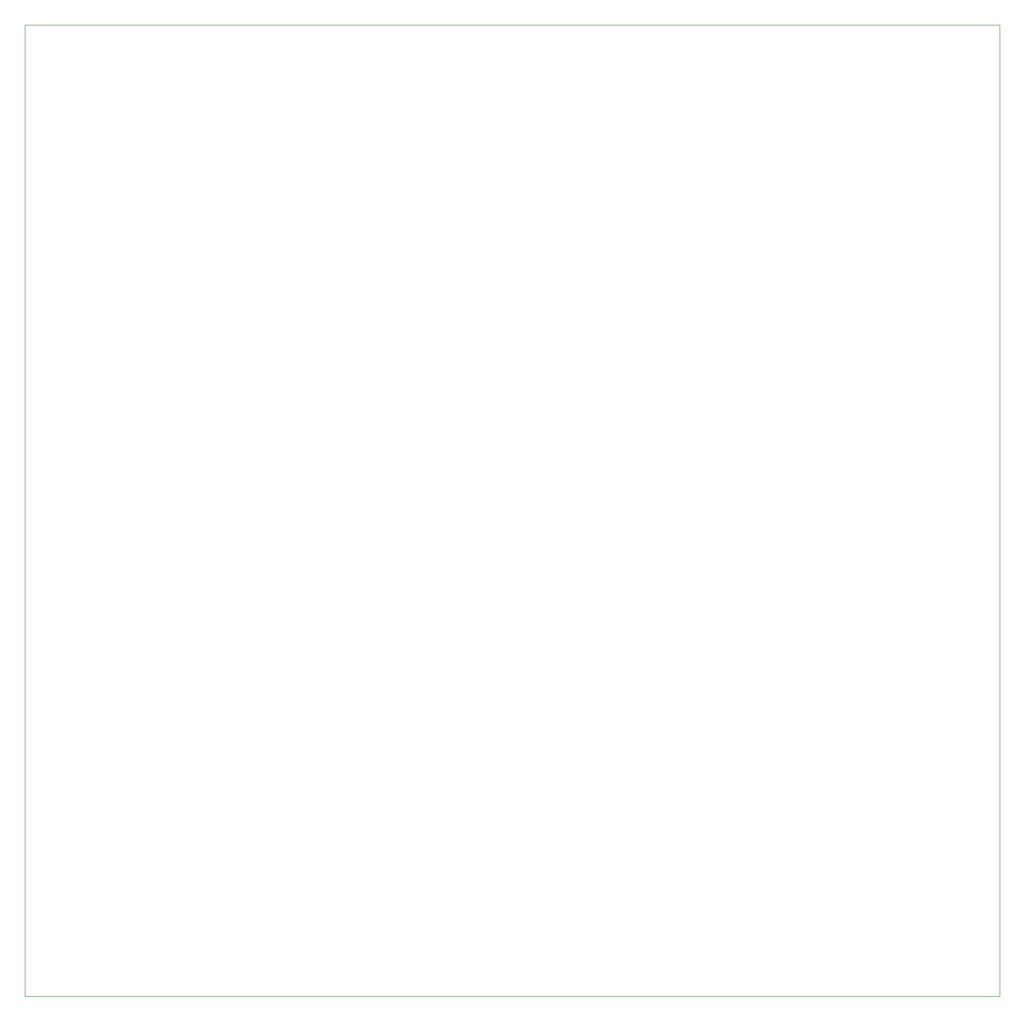
<source format=gm1>
G04 #@! TF.GenerationSoftware,KiCad,Pcbnew,6.0.2+dfsg-1*
G04 #@! TF.CreationDate,2023-05-07T21:41:23+02:00*
G04 #@! TF.ProjectId,fm-rpt-control,666d2d72-7074-42d6-936f-6e74726f6c2e,A*
G04 #@! TF.SameCoordinates,Original*
G04 #@! TF.FileFunction,Profile,NP*
%FSLAX46Y46*%
G04 Gerber Fmt 4.6, Leading zero omitted, Abs format (unit mm)*
G04 Created by KiCad (PCBNEW 6.0.2+dfsg-1) date 2023-05-07 21:41:23*
%MOMM*%
%LPD*%
G01*
G04 APERTURE LIST*
G04 #@! TA.AperFunction,Profile*
%ADD10C,0.100000*%
G04 #@! TD*
G04 APERTURE END LIST*
D10*
X15840000Y-15280000D02*
X175120000Y-15280000D01*
X175120000Y-15280000D02*
X175120000Y-174090000D01*
X175120000Y-174090000D02*
X15840000Y-174090000D01*
X15840000Y-174090000D02*
X15840000Y-15280000D01*
M02*

</source>
